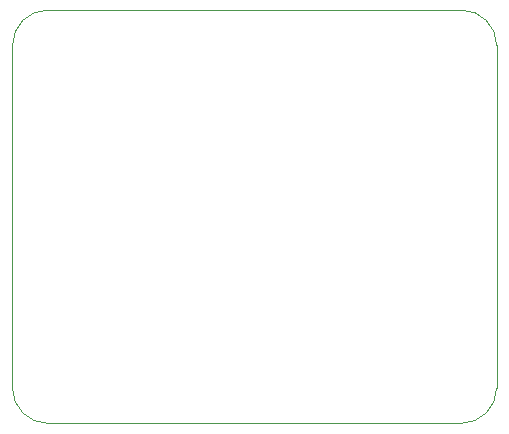
<source format=gbr>
%TF.GenerationSoftware,KiCad,Pcbnew,8.0.5*%
%TF.CreationDate,2024-09-22T14:53:49-07:00*%
%TF.ProjectId,Udemy_STM32_KiCAD_Course,5564656d-795f-4535-944d-33325f4b6943,rev?*%
%TF.SameCoordinates,Original*%
%TF.FileFunction,Profile,NP*%
%FSLAX46Y46*%
G04 Gerber Fmt 4.6, Leading zero omitted, Abs format (unit mm)*
G04 Created by KiCad (PCBNEW 8.0.5) date 2024-09-22 14:53:49*
%MOMM*%
%LPD*%
G01*
G04 APERTURE LIST*
%TA.AperFunction,Profile*%
%ADD10C,0.050000*%
%TD*%
G04 APERTURE END LIST*
D10*
X106500000Y-93500000D02*
G75*
G02*
X109500000Y-90500000I3000000J0D01*
G01*
X109500000Y-125500000D02*
G75*
G02*
X106500000Y-122500000I0J3000000D01*
G01*
X147500000Y-122500000D02*
G75*
G02*
X144500000Y-125500000I-3000000J0D01*
G01*
X144500000Y-90500000D02*
G75*
G02*
X147500000Y-93500000I0J-3000000D01*
G01*
X109500000Y-125500000D02*
X144500000Y-125500000D01*
X147500000Y-93500000D02*
X147500000Y-122500000D01*
X109500000Y-90500000D02*
X144500000Y-90500000D01*
X106500000Y-122500000D02*
X106500000Y-93500000D01*
M02*

</source>
